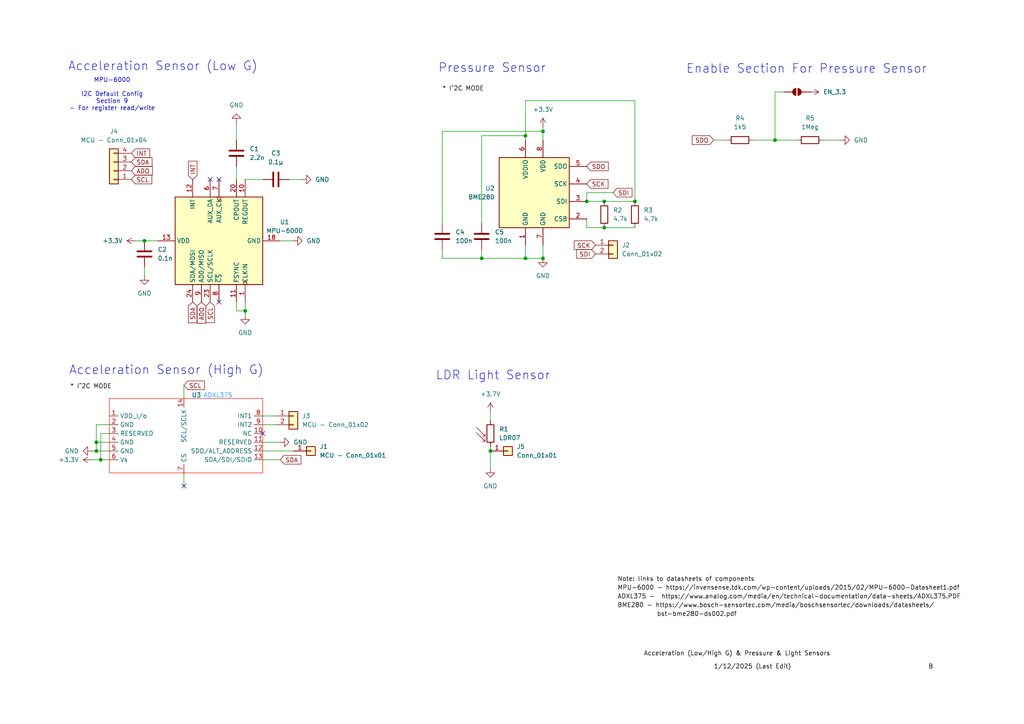
<source format=kicad_sch>
(kicad_sch (version 20250114) (generator "eeschema") (generator_version "9.0")
  (paper "A4")
  (lib_symbols
    (symbol "Connector_Generic:Conn_01x01" (pin_names (offset 1.016) (hide yes))
      (property "Reference" "J" (at 0 2.54 0))
      (property "Value" "Conn_01x01" (at 0 -2.54 0))
      (symbol "Conn_01x01_1_1"
        (rectangle (start -1.27 1.27) (end 1.27 -1.27) (stroke (width 0.254)) (fill (type background)))
        (rectangle (start -1.27 0.127) (end 0 -0.127) (stroke (width 0.1524)))
        (pin passive line (at -5.08 0 0) (length 3.81) (name "Pin_1") (number "1"))
      )
    )
    (symbol "Connector_Generic:Conn_01x02" (pin_names (offset 1.016) (hide yes))
      (property "Reference" "J" (at 0 2.54 0))
      (property "Value" "Conn_01x02" (at 0 -5.08 0))
      (symbol "Conn_01x02_1_1"
        (rectangle (start -1.27 1.27) (end 1.27 -3.81) (stroke (width 0.254)) (fill (type background)))
        (rectangle (start -1.27 0.127) (end 0 -0.127) (stroke (width 0.1524)))
        (rectangle (start -1.27 -2.413) (end 0 -2.667) (stroke (width 0.1524)))
        (pin passive line (at -5.08 0 0) (length 3.81) (name "Pin_1") (number "1"))
        (pin passive line (at -5.08 -2.54 0) (length 3.81) (name "Pin_2") (number "2"))
      )
    )
    (symbol "Connector_Generic:Conn_01x04" (pin_names (offset 1.016) (hide yes))
      (property "Reference" "J" (at 0 5.08 0))
      (property "Value" "Conn_01x04" (at 0 -7.62 0))
      (symbol "Conn_01x04_1_1"
        (rectangle (start -1.27 3.81) (end 1.27 -6.35) (stroke (width 0.254)) (fill (type background)))
        (rectangle (start -1.27 2.667) (end 0 2.413) (stroke (width 0.1524)))
        (rectangle (start -1.27 0.127) (end 0 -0.127) (stroke (width 0.1524)))
        (rectangle (start -1.27 -2.413) (end 0 -2.667) (stroke (width 0.1524)))
        (rectangle (start -1.27 -4.953) (end 0 -5.207) (stroke (width 0.1524)))
        (pin passive line (at -5.08 2.54 0) (length 3.81) (name "Pin_1") (number "1"))
        (pin passive line (at -5.08 0 0) (length 3.81) (name "Pin_2") (number "2"))
        (pin passive line (at -5.08 -2.54 0) (length 3.81) (name "Pin_3") (number "3"))
        (pin passive line (at -5.08 -5.08 0) (length 3.81) (name "Pin_4") (number "4"))
      )
    )
    (symbol "Device:C" (pin_numbers (hide yes)) (pin_names (offset 0.254))
      (property "Reference" "C" (at 0.635 2.54 0))
      (property "Value" "C" (at 0.635 -2.54 0))
      (symbol "C_0_1"
        (polyline (pts (xy -2.032 0.762) (xy 2.032 0.762)) (stroke (width 0.508)))
        (polyline (pts (xy -2.032 -0.762) (xy 2.032 -0.762)) (stroke (width 0.508)))
      )
      (symbol "C_1_1"
        (pin passive line (at 0 3.81 270) (length 2.794) (name "~") (number "1"))
        (pin passive line (at 0 -3.81 90) (length 2.794) (name "~") (number "2"))
      )
    )
    (symbol "Device:R" (pin_numbers (hide yes)) (pin_names (offset 0))
      (property "Reference" "R" (at 2.032 0 90))
      (property "Value" "R" (at 0 0 90))
      (symbol "R_0_1"
        (rectangle (start -1.016 -2.54) (end 1.016 2.54) (stroke (width 0.254)))
      )
      (symbol "R_1_1"
        (pin passive line (at 0 3.81 270) (length 1.27) (name "~") (number "1"))
        (pin passive line (at 0 -3.81 90) (length 1.27) (name "~") (number "2"))
      )
    )
    (symbol "Jumper:SolderJumper_2_Open" (pin_numbers (hide yes)) (pin_names (offset 0) (hide yes)) (in_bom no)
      (property "Reference" "JP" (at 0 2.032 0))
      (property "Value" "SolderJumper_2_Open" (at 0 -2.54 0))
      (symbol "SolderJumper_2_Open_0_1"
        (polyline (pts (xy -0.254 1.016) (xy -0.254 -1.016)))
        (arc (start -0.254 -1.016) (mid -1.2656 0) (end -0.254 1.016))
        (arc (start -0.254 -1.016) (mid -1.2656 0) (end -0.254 1.016) (fill (type outline)))
        (arc (start 0.254 1.016) (mid 1.2656 0) (end 0.254 -1.016))
        (arc (start 0.254 1.016) (mid 1.2656 0) (end 0.254 -1.016) (fill (type outline)))
        (polyline (pts (xy 0.254 1.016) (xy 0.254 -1.016)))
      )
      (symbol "SolderJumper_2_Open_1_1"
        (pin passive line (at -3.81 0 0) (length 2.54) (name "A") (number "1"))
        (pin passive line (at 3.81 0 180) (length 2.54) (name "B") (number "2"))
      )
    )
    (symbol "New_Library:ADXL375"
      (symbol "ADXL375_1_1"
        (rectangle (start -21.59 10.16) (end 22.86 -11.43) (stroke (width 0) (color 255 20 0 1)))
        (text "U3 ADXL375 " (at 8.636 11.176 0) (effects (font (size 1.27 1.27))))
        (pin input line (at -21.59 5.08 0) (length 2.54) (name "VDD_I/o") (number "1"))
        (pin input line (at -21.59 2.54 0) (length 2.54) (name "GND") (number "2"))
        (pin input line (at -21.59 0 0) (length 2.54) (name "RESERVED") (number "3"))
        (pin input line (at -21.59 -2.54 0) (length 2.54) (name "GND") (number "4"))
        (pin input line (at -21.59 -5.08 0) (length 2.54) (name "GND") (number "5"))
        (pin input line (at -21.59 -7.62 0) (length 2.54) (name "Vs") (number "6"))
        (pin input line (at 0 10.16 270) (length 2.54) (name "SCL/SCLK") (number "14"))
        (pin input line (at 0 -11.43 90) (length 2.54) (name "CS") (number "7"))
        (pin output line (at 22.86 5.08 180) (length 2.54) (name "INT1") (number "8"))
        (pin output line (at 22.86 2.54 180) (length 2.54) (name "INT2") (number "9"))
        (pin input line (at 22.86 0 180) (length 2.54) (name "NC") (number "10"))
        (pin input line (at 22.86 -2.54 180) (length 2.54) (name "RESERVED") (number "11"))
        (pin input line (at 22.86 -5.08 180) (length 2.54) (name "SDO/ALT_ADDRESS") (number "12"))
        (pin input line (at 22.86 -7.62 180) (length 2.54) (name "SDA/SDI/SDIO") (number "13"))
      )
    )
    (symbol "Sensor:BME280"
      (property "Reference" "U" (at -8.89 11.43 0))
      (property "Value" "BME280" (at 7.62 11.43 0))
      (symbol "BME280_0_1"
        (rectangle (start -10.16 10.16) (end 10.16 -10.16) (stroke (width 0.254)) (fill (type background)))
      )
      (symbol "BME280_1_1"
        (pin power_in line (at -2.54 15.24 270) (length 5.08) (name "VDDIO") (number "6"))
        (pin power_in line (at -2.54 -15.24 90) (length 5.08) (name "GND") (number "1"))
        (pin power_in line (at 2.54 15.24 270) (length 5.08) (name "VDD") (number "8"))
        (pin power_in line (at 2.54 -15.24 90) (length 5.08) (name "GND") (number "7"))
        (pin bidirectional line (at 15.24 7.62 180) (length 5.08) (name "SDO") (number "5"))
        (pin input line (at 15.24 2.54 180) (length 5.08) (name "SCK") (number "4"))
        (pin bidirectional line (at 15.24 -2.54 180) (length 5.08) (name "SDI") (number "3"))
        (pin input line (at 15.24 -7.62 180) (length 5.08) (name "CSB") (number "2"))
      )
    )
    (symbol "Sensor_Motion:MPU-6000"
      (property "Reference" "U" (at -11.43 13.97 0))
      (property "Value" "MPU-6000" (at 7.62 -13.97 0))
      (symbol "MPU-6000_0_1"
        (rectangle (start -12.7 12.7) (end 12.7 -12.7) (stroke (width 0.254)) (fill (type background)))
      )
      (symbol "MPU-6000_1_1"
        (pin bidirectional line (at -17.78 7.62 0) (length 5.08) (name "SDA/MOSI") (number "24"))
        (pin bidirectional line (at -17.78 5.08 0) (length 5.08) (name "AD0/MISO") (number "9"))
        (pin input line (at -17.78 2.54 0) (length 5.08) (name "SCL/SCLK") (number "23"))
        (pin input line (at -17.78 0 0) (length 5.08) (name "~{CS}") (number "8"))
        (pin input line (at -17.78 -5.08 0) (length 5.08) (name "FSYNC") (number "11"))
        (pin input clock (at -17.78 -7.62 0) (length 5.08) (name "CLKIN") (number "1"))
        (pin power_in line (at 0 17.78 270) (length 5.08) (name "VDD") (number "13"))
        (pin power_in line (at 0 -17.78 90) (length 5.08) (name "GND") (number "18"))
        (pin output line (at 17.78 7.62 180) (length 5.08) (name "INT") (number "12"))
        (pin bidirectional line (at 17.78 2.54 180) (length 5.08) (name "AUX_DA") (number "6"))
        (pin output clock (at 17.78 0 180) (length 5.08) (name "AUX_CL") (number "7"))
        (pin passive line (at 17.78 -5.08 180) (length 5.08) (name "CPOUT") (number "20"))
        (pin passive line (at 17.78 -7.62 180) (length 5.08) (name "REGOUT") (number "10"))
      )
    )
    (symbol "Sensor_Optical:LDR07" (pin_numbers (hide yes)) (pin_names (offset 0))
      (property "Reference" "R" (at -5.08 0 90))
      (property "Value" "LDR07" (at 1.905 0 90))
      (symbol "LDR07_0_1"
        (polyline (pts (xy -1.524 -0.762) (xy -4.064 1.778)))
        (polyline (pts (xy -1.524 -0.762) (xy -2.286 -0.762)))
        (polyline (pts (xy -1.524 -0.762) (xy -1.524 0)))
        (polyline (pts (xy -1.524 -2.286) (xy -4.064 0.254)))
        (polyline (pts (xy -1.524 -2.286) (xy -2.286 -2.286)))
        (polyline (pts (xy -1.524 -2.286) (xy -1.524 -1.524)))
        (rectangle (start -1.016 2.54) (end 1.016 -2.54) (stroke (width 0.254)))
      )
      (symbol "LDR07_1_1"
        (pin passive line (at 0 3.81 270) (length 1.27) (name "~") (number "1"))
        (pin passive line (at 0 -3.81 90) (length 1.27) (name "~") (number "2"))
      )
    )
    (symbol "power:+3.3V" (power) (pin_numbers (hide yes)) (pin_names (offset 0) (hide yes))
      (property "Value" "+3.3V" (at 0 3.556 0))
      (symbol "+3.3V_0_1"
        (polyline (pts (xy -0.762 1.27) (xy 0 2.54)))
        (polyline (pts (xy 0 2.54) (xy 0.762 1.27)))
        (polyline (pts (xy 0 0) (xy 0 2.54)))
      )
      (symbol "+3.3V_1_1"
        (pin power_in line (at 0 0 90) (length 0) (name "~") (number "1"))
      )
    )
    (symbol "power:GND" (power) (pin_numbers (hide yes)) (pin_names (offset 0) (hide yes))
      (property "Value" "GND" (at 0 -3.81 0))
      (symbol "GND_0_1"
        (polyline (pts (xy 0 0) (xy 0 -1.27) (xy 1.27 -1.27) (xy 0 -2.54) (xy -1.27 -1.27) (xy 0 -1.27)))
      )
      (symbol "GND_1_1"
        (pin power_in line (at 0 0 270) (length 0) (name "~") (number "1"))
      )
    )
    (symbol "power:VBUS" (power) (pin_numbers (hide yes)) (pin_names (offset 0) (hide yes))
      (property "Value" "VBUS" (at 0 3.556 0))
      (symbol "VBUS_0_1"
        (polyline (pts (xy -0.762 1.27) (xy 0 2.54)))
        (polyline (pts (xy 0 2.54) (xy 0.762 1.27)))
        (polyline (pts (xy 0 0) (xy 0 2.54)))
      )
      (symbol "VBUS_1_1"
        (pin power_in line (at 0 0 90) (length 0) (name "~") (number "1"))
      )
    )
  )
  (text "MPU-6000\n\nI2C Default Config\nSection 9\n- For register read/write" (at 32.512 27.432 0) (effects (font (size 1.27 1.27))))
  (text "Enable Section For Pressure Sensor\n\n" (at 233.934 22.098 0) (effects (font (size 2.54 2.54))))
  (text "LDR Light Sensor\n" (at 143.002 108.966 0) (effects (font (size 2.54 2.54))))
  (text "Acceleration Sensor (Low G)\n" (at 47.244 19.304 0) (effects (font (size 2.54 2.54))))
  (text "Acceleration Sensor (High G)\n" (at 48.26 107.442 0) (effects (font (size 2.54 2.54))))
  (text "Pressure Sensor\n" (at 142.748 19.812 0) (effects (font (size 2.54 2.54))))
  (junction (at 27.94 128.27))
  (junction (at 152.4 39.37))
  (junction (at 142.24 130.81))
  (junction (at 157.48 38.1))
  (junction (at 152.4 74.93))
  (junction (at 27.94 130.81))
  (junction (at 29.21 133.35))
  (junction (at 139.7 74.93))
  (junction (at 41.91 69.85))
  (junction (at 184.15 58.42))
  (junction (at 224.79 40.64))
  (junction (at 175.26 66.04))
  (junction (at 157.48 74.93))
  (junction (at 71.12 90.17))
  (junction (at 170.18 58.42))
  (junction (at 175.26 58.42))
  (no_connect (at 60.96 52.07))
  (no_connect (at 63.5 52.07))
  (no_connect (at 63.5 87.63))
  (no_connect (at 53.34 140.97))
  (no_connect (at 76.2 125.73))
  (wire (pts (xy 29.21 133.35) (xy 29.21 125.73)))
  (wire (pts (xy 238.76 40.64) (xy 243.84 40.64)))
  (wire (pts (xy 142.24 119.38) (xy 142.24 121.92)))
  (wire (pts (xy 53.34 111.76) (xy 53.34 115.57)))
  (wire (pts (xy 170.18 63.5) (xy 170.18 66.04)))
  (wire (pts (xy 68.58 87.63) (xy 68.58 90.17)))
  (wire (pts (xy 224.79 40.64) (xy 231.14 40.64)))
  (wire (pts (xy 157.48 71.12) (xy 157.48 74.93)))
  (wire (pts (xy 152.4 71.12) (xy 152.4 74.93)))
  (wire (pts (xy 83.82 52.07) (xy 87.63 52.07)))
  (wire (pts (xy 218.44 40.64) (xy 224.79 40.64)))
  (wire (pts (xy 142.24 129.54) (xy 142.24 130.81)))
  (wire (pts (xy 152.4 40.64) (xy 152.4 39.37)))
  (wire (pts (xy 29.21 125.73) (xy 31.75 125.73)))
  (wire (pts (xy 80.01 123.19) (xy 76.2 123.19)))
  (wire (pts (xy 81.28 133.35) (xy 76.2 133.35)))
  (wire (pts (xy 39.37 69.85) (xy 41.91 69.85)))
  (wire (pts (xy 41.91 69.85) (xy 45.72 69.85)))
  (wire (pts (xy 41.91 77.47) (xy 41.91 80.01)))
  (wire (pts (xy 68.58 48.26) (xy 68.58 52.07)))
  (wire (pts (xy 224.79 26.67) (xy 227.33 26.67)))
  (wire (pts (xy 157.48 38.1) (xy 157.48 40.64)))
  (wire (pts (xy 152.4 39.37) (xy 139.7 39.37)))
  (wire (pts (xy 76.2 128.27) (xy 81.28 128.27)))
  (wire (pts (xy 76.2 130.81) (xy 85.09 130.81)))
  (wire (pts (xy 142.24 130.81) (xy 142.24 135.89)))
  (wire (pts (xy 128.27 72.39) (xy 128.27 74.93)))
  (wire (pts (xy 170.18 58.42) (xy 175.26 58.42)))
  (wire (pts (xy 71.12 52.07) (xy 76.2 52.07)))
  (wire (pts (xy 175.26 58.42) (xy 184.15 58.42)))
  (wire (pts (xy 139.7 39.37) (xy 139.7 64.77)))
  (wire (pts (xy 157.48 36.83) (xy 157.48 38.1)))
  (wire (pts (xy 53.34 140.97) (xy 53.34 137.16)))
  (wire (pts (xy 207.01 40.64) (xy 210.82 40.64)))
  (wire (pts (xy 71.12 90.17) (xy 71.12 91.44)))
  (wire (pts (xy 175.26 66.04) (xy 184.15 66.04)))
  (wire (pts (xy 152.4 29.21) (xy 184.15 29.21)))
  (wire (pts (xy 68.58 35.56) (xy 68.58 40.64)))
  (wire (pts (xy 31.75 133.35) (xy 29.21 133.35)))
  (wire (pts (xy 184.15 29.21) (xy 184.15 58.42)))
  (wire (pts (xy 139.7 74.93) (xy 152.4 74.93)))
  (wire (pts (xy 26.67 130.81) (xy 27.94 130.81)))
  (wire (pts (xy 68.58 90.17) (xy 71.12 90.17)))
  (wire (pts (xy 27.94 130.81) (xy 27.94 128.27)))
  (wire (pts (xy 71.12 87.63) (xy 71.12 90.17)))
  (wire (pts (xy 128.27 74.93) (xy 139.7 74.93)))
  (wire (pts (xy 152.4 39.37) (xy 152.4 29.21)))
  (wire (pts (xy 152.4 74.93) (xy 157.48 74.93)))
  (wire (pts (xy 31.75 128.27) (xy 27.94 128.27)))
  (wire (pts (xy 170.18 55.88) (xy 170.18 58.42)))
  (wire (pts (xy 26.67 133.35) (xy 29.21 133.35)))
  (wire (pts (xy 139.7 72.39) (xy 139.7 74.93)))
  (wire (pts (xy 157.48 38.1) (xy 128.27 38.1)))
  (wire (pts (xy 224.79 26.67) (xy 224.79 40.64)))
  (wire (pts (xy 128.27 38.1) (xy 128.27 64.77)))
  (wire (pts (xy 27.94 123.19) (xy 31.75 123.19)))
  (wire (pts (xy 80.01 120.65) (xy 76.2 120.65)))
  (wire (pts (xy 81.28 69.85) (xy 85.09 69.85)))
  (wire (pts (xy 27.94 128.27) (xy 27.94 123.19)))
  (wire (pts (xy 170.18 55.88) (xy 177.8 55.88)))
  (wire (pts (xy 170.18 66.04) (xy 175.26 66.04)))
  (wire (pts (xy 31.75 130.81) (xy 27.94 130.81)))
  (label "MPU-6000 - https:{slash}{slash}invensense.tdk.com{slash}wp-content{slash}uploads{slash}2015{slash}02{slash}MPU-6000-Datasheet1.pdf" (at 179.07 171.45 0))
  (label "BME280 - https:{slash}{slash}www.bosch-sensortec.com{slash}media{slash}boschsensortec{slash}downloads{slash}datasheets{slash}" (at 179.07 176.53 0))
  (label "1{slash}12{slash}2025 (Last Edit)" (at 207.01 194.31 0))
  (label "bst-bme280-ds002.pdf" (at 190.5 179.07 0))
  (label "* I^2C MODE" (at 20.32 113.03 0))
  (label "Acceleration (Low{slash}High G) & Pressure & Light Sensors" (at 186.69 190.5 0))
  (label "* I^2C MODE" (at 128.27 26.67 0))
  (label "ADXL375 -  https:{slash}{slash}www.analog.com{slash}media{slash}en{slash}technical-documentation{slash}data-sheets{slash}ADXL375.PDF" (at 179.07 173.99 0))
  (label "B" (at 269.24 194.31 0))
  (label "Note: links to datasheets of components" (at 179.07 168.91 0))
  (global_label "INT" (shape input) (at 55.88 52.07 90) (property "Intersheetrefs" "${INTERSHEET_REFS}" (effects (hide yes))))
  (global_label "SDA" (shape input) (at 38.1 46.99 0) (property "Intersheetrefs" "${INTERSHEET_REFS}" (effects (hide yes))))
  (global_label "ADO" (shape input) (at 58.42 87.63 270) (property "Intersheetrefs" "${INTERSHEET_REFS}" (effects (hide yes))))
  (global_label "SDO" (shape input) (at 207.01 40.64 180) (property "Intersheetrefs" "${INTERSHEET_REFS}" (effects (hide yes))))
  (global_label "SCL" (shape input) (at 60.96 87.63 270) (property "Intersheetrefs" "${INTERSHEET_REFS}" (effects (hide yes))))
  (global_label "INT" (shape input) (at 38.1 44.45 0) (property "Intersheetrefs" "${INTERSHEET_REFS}" (effects (hide yes))))
  (global_label "SDI" (shape input) (at 172.72 73.66 180) (property "Intersheetrefs" "${INTERSHEET_REFS}" (effects (hide yes))))
  (global_label "ADO" (shape input) (at 38.1 49.53 0) (property "Intersheetrefs" "${INTERSHEET_REFS}" (effects (hide yes))))
  (global_label "SDA" (shape input) (at 81.28 133.35 0) (property "Intersheetrefs" "${INTERSHEET_REFS}" (effects (hide yes))))
  (global_label "SCK" (shape input) (at 170.18 53.34 0) (property "Intersheetrefs" "${INTERSHEET_REFS}" (effects (hide yes))))
  (global_label "SCL" (shape input) (at 53.34 111.76 0) (property "Intersheetrefs" "${INTERSHEET_REFS}" (effects (hide yes))))
  (global_label "SDO" (shape input) (at 170.18 48.26 0) (property "Intersheetrefs" "${INTERSHEET_REFS}" (effects (hide yes))))
  (global_label "SDI" (shape input) (at 177.8 55.88 0) (property "Intersheetrefs" "${INTERSHEET_REFS}" (effects (hide yes))))
  (global_label "SCL" (shape input) (at 38.1 52.07 0) (property "Intersheetrefs" "${INTERSHEET_REFS}" (effects (hide yes))))
  (global_label "SCK" (shape input) (at 172.72 71.12 180) (property "Intersheetrefs" "${INTERSHEET_REFS}" (effects (hide yes))))
  (global_label "SDA" (shape input) (at 55.88 87.63 270) (property "Intersheetrefs" "${INTERSHEET_REFS}" (effects (hide yes))))
  (symbol (lib_id "New_Library:ADXL375") (at 53.34 125.73 0) (unit 1)
    (property "Reference" "U3" (at 55.626 114.554 0) (effects (justify left)))
    (property "Footprint" "ADXL375:0805 CAP" (effects (hide yes)))
  )
  (symbol (lib_id "Jumper:SolderJumper_2_Open") (at 231.14 26.67 180) (unit 1) (in_bom no)
    (property "Reference" "JP1" (effects (hide yes)))
    (property "Value" "EN_5" (effects (hide yes)))
    (property "Footprint" "Jumper:SolderJumper-2_P1.3mm_Open_Pad1.0x1.5mm" (effects (hide yes)))
    (property "Description" "Solder Jumper, 2-pole, open" (effects (hide yes)))
  )
  (symbol (lib_id "Connector_Generic:Conn_01x02") (at 177.8 71.12 0) (unit 1)
    (property "Reference" "J2" (at 180.34 71.1199 0) (effects (justify left)))
    (property "Value" "Conn_01x02" (at 180.34 73.6599 0) (effects (justify left)))
    (property "Description" "Generic connector, single row, 01x02, script generated (kicad-library-utils/schlib/autogen/connector/)" (effects (hide yes)))
  )
  (symbol (lib_id "power:+3.3V") (at 142.24 119.38 0) (unit 1)
    (property "Reference" "#PWR011" (effects (hide yes)))
    (property "Value" "+3.7V" (at 142.24 114.3 0))
    (property "Description" "Power symbol creates a global label with name \"+3.3V\"" (effects (hide yes)))
  )
  (symbol (lib_id "power:+3.3V") (at 39.37 69.85 90) (unit 1)
    (property "Reference" "#PWR05" (effects (hide yes)))
    (property "Value" "+3.3V" (at 35.56 69.8499 90) (effects (justify left)))
    (property "Description" "Power symbol creates a global label with name \"+3.3V\"" (effects (hide yes)))
  )
  (symbol (lib_id "Connector_Generic:Conn_01x04") (at 33.02 49.53 180) (unit 1)
    (property "Reference" "J4" (at 33.02 38.1 0))
    (property "Value" "MCU - Conn_01x04" (at 33.02 40.64 0))
    (property "Description" "Generic connector, single row, 01x04, script generated (kicad-library-utils/schlib/autogen/connector/)" (effects (hide yes)))
  )
  (symbol (lib_id "power:GND") (at 26.67 130.81 270) (unit 1)
    (property "Reference" "#PWR01" (effects (hide yes)))
    (property "Value" "GND" (at 22.86 130.8099 90) (effects (justify right)))
    (property "Description" "Power symbol creates a global label with name \"GND\" , ground" (effects (hide yes)))
  )
  (symbol (lib_id "Sensor_Motion:MPU-6000") (at 63.5 69.85 90) (unit 1)
    (property "Reference" "U1" (at 82.55 64.4046 90))
    (property "Value" "MPU-6000" (at 82.55 66.9446 90))
    (property "Datasheet" "https://invensense.tdk.com/wp-content/uploads/2015/02/MPU-6000-Datasheet1.pdf" (effects (hide yes)))
    (property "Description" "InvenSense 6-Axis Motion Sensor, Gyroscope, Accelerometer, I2C/SPI" (effects (hide yes)))
  )
  (symbol (lib_id "Device:C") (at 41.91 73.66 0) (unit 1)
    (property "Reference" "C2" (at 45.72 72.3899 0) (effects (justify left)))
    (property "Value" "0.1n" (at 45.72 74.9299 0) (effects (justify left)))
    (property "Footprint" "Capacitor_SMD:C_0805_2012Metric_Pad1.18x1.45mm_HandSolder" (effects (hide yes)))
    (property "Description" "Unpolarized capacitor" (effects (hide yes)))
  )
  (symbol (lib_id "power:GND") (at 81.28 128.27 90) (unit 1)
    (property "Reference" "#PWR014" (effects (hide yes)))
    (property "Value" "GND" (at 85.09 128.2699 90) (effects (justify right)))
    (property "Description" "Power symbol creates a global label with name \"GND\" , ground" (effects (hide yes)))
  )
  (symbol (lib_id "Sensor_Optical:LDR07") (at 142.24 125.73 0) (unit 1)
    (property "Reference" "R1" (at 144.78 124.4599 0) (effects (justify left)))
    (property "Value" "LDR07" (at 144.78 126.9999 0) (effects (justify left)))
    (property "Footprint" "OptoDevice:R_LDR_D13.8mm_P9.0mm_Vertical" (effects (hide yes)))
    (property "Datasheet" "http://www.tme.eu/de/Document/f2e3ad76a925811312d226c31da4cd7e/LDR07.pdf" (effects (hide yes)))
    (property "Description" "light dependent resistor" (effects (hide yes)))
  )
  (symbol (lib_id "power:GND") (at 71.12 91.44 0) (unit 1)
    (property "Reference" "#PWR012" (effects (hide yes)))
    (property "Value" "GND" (at 71.12 96.52 0))
    (property "Description" "Power symbol creates a global label with name \"GND\" , ground" (effects (hide yes)))
  )
  (symbol (lib_id "Device:R") (at 214.63 40.64 90) (unit 1)
    (property "Reference" "R4" (at 214.63 34.29 90))
    (property "Value" "1k5" (at 214.63 36.83 90))
    (property "Footprint" "Resistor_SMD:R_0402_1005Metric" (effects (hide yes)))
    (property "Description" "Resistor" (effects (hide yes)))
  )
  (symbol (lib_id "power:GND") (at 68.58 35.56 180) (unit 1)
    (property "Reference" "#PWR03" (effects (hide yes)))
    (property "Value" "GND" (at 68.58 30.48 0))
    (property "Description" "Power symbol creates a global label with name \"GND\" , ground" (effects (hide yes)))
  )
  (symbol (lib_id "Device:R") (at 234.95 40.64 90) (unit 1)
    (property "Reference" "R5" (at 234.95 34.29 90))
    (property "Value" "1Meg" (at 234.95 36.83 90))
    (property "Footprint" "Resistor_SMD:R_0402_1005Metric" (effects (hide yes)))
    (property "Description" "Resistor" (effects (hide yes)))
  )
  (symbol (lib_id "power:GND") (at 41.91 80.01 0) (unit 1)
    (property "Reference" "#PWR06" (effects (hide yes)))
    (property "Value" "GND" (at 41.91 85.09 0))
    (property "Description" "Power symbol creates a global label with name \"GND\" , ground" (effects (hide yes)))
  )
  (symbol (lib_id "Connector_Generic:Conn_01x01") (at 90.17 130.81 0) (unit 1)
    (property "Reference" "J1" (at 92.71 129.5399 0) (effects (justify left)))
    (property "Value" "MCU - Conn_01x01" (at 92.71 132.0799 0) (effects (justify left)))
    (property "Description" "Generic connector, single row, 01x01, script generated (kicad-library-utils/schlib/autogen/connector/)" (effects (hide yes)))
  )
  (symbol (lib_id "power:+3.3V") (at 157.48 36.83 0) (unit 1)
    (property "Reference" "#PWR09" (effects (hide yes)))
    (property "Value" "+3.3V" (at 157.48 31.75 0))
    (property "Description" "Power symbol creates a global label with name \"+3.3V\"" (effects (hide yes)))
  )
  (symbol (lib_id "Device:R") (at 175.26 62.23 0) (unit 1)
    (property "Reference" "R2" (at 177.8 60.9599 0) (effects (justify left)))
    (property "Value" "4.7k" (at 177.8 63.4999 0) (effects (justify left)))
    (property "Footprint" "Resistor_SMD:R_0805_2012Metric_Pad1.20x1.40mm_HandSolder" (effects (hide yes)))
    (property "Description" "Resistor" (effects (hide yes)))
  )
  (symbol (lib_id "Connector_Generic:Conn_01x02") (at 85.09 120.65 0) (unit 1)
    (property "Reference" "J3" (at 87.63 120.6499 0) (effects (justify left)))
    (property "Value" "MCU - Conn_01x02" (at 87.63 123.1899 0) (effects (justify left)))
    (property "Description" "Generic connector, single row, 01x02, script generated (kicad-library-utils/schlib/autogen/connector/)" (effects (hide yes)))
  )
  (symbol (lib_id "Device:C") (at 80.01 52.07 270) (unit 1)
    (property "Reference" "C3" (at 80.01 44.45 90))
    (property "Value" "0.1μ" (at 80.01 46.99 90))
    (property "Footprint" "Capacitor_SMD:C_0805_2012Metric_Pad1.18x1.45mm_HandSolder" (effects (hide yes)))
    (property "Description" "Unpolarized capacitor" (effects (hide yes)))
  )
  (symbol (lib_id "power:+3.3V") (at 26.67 133.35 90) (unit 1)
    (property "Reference" "#PWR02" (effects (hide yes)))
    (property "Value" "+3.3V" (at 22.86 133.3499 90) (effects (justify left)))
    (property "Description" "Power symbol creates a global label with name \"+3.3V\"" (effects (hide yes)))
  )
  (symbol (lib_id "power:VBUS") (at 234.95 26.67 270) (unit 1)
    (property "Reference" "#PWR046" (effects (hide yes)))
    (property "Value" "EN_3.3" (at 238.76 26.6699 90) (effects (justify left)))
    (property "Description" "Power symbol creates a global label with name \"VBUS\"" (effects (hide yes)))
  )
  (symbol (lib_id "Device:C") (at 68.58 44.45 0) (unit 1)
    (property "Reference" "C1" (at 72.39 43.1799 0) (effects (justify left)))
    (property "Value" "2.2n" (at 72.39 45.7199 0) (effects (justify left)))
    (property "Footprint" "Capacitor_SMD:C_0805_2012Metric_Pad1.18x1.45mm_HandSolder" (effects (hide yes)))
    (property "Description" "Unpolarized capacitor" (effects (hide yes)))
  )
  (symbol (lib_id "power:GND") (at 157.48 74.93 0) (unit 1)
    (property "Reference" "#PWR08" (effects (hide yes)))
    (property "Value" "GND" (at 157.48 80.01 0))
    (property "Description" "Power symbol creates a global label with name \"GND\" , ground" (effects (hide yes)))
  )
  (symbol (lib_id "power:GND") (at 243.84 40.64 90) (unit 1)
    (property "Reference" "#PWR042" (effects (hide yes)))
    (property "Value" "GND" (at 247.65 40.6399 90) (effects (justify right)))
    (property "Description" "Power symbol creates a global label with name \"GND\" , ground" (effects (hide yes)))
  )
  (symbol (lib_id "Device:C") (at 128.27 68.58 0) (unit 1)
    (property "Reference" "C4" (at 132.08 67.3099 0) (effects (justify left)))
    (property "Value" "100n" (at 132.08 69.8499 0) (effects (justify left)))
    (property "Footprint" "Capacitor_SMD:C_0805_2012Metric_Pad1.18x1.45mm_HandSolder" (effects (hide yes)))
    (property "Description" "Unpolarized capacitor" (effects (hide yes)))
  )
  (symbol (lib_id "power:GND") (at 142.24 135.89 0) (unit 1)
    (property "Reference" "#PWR010" (effects (hide yes)))
    (property "Value" "GND" (at 142.24 140.97 0))
    (property "Description" "Power symbol creates a global label with name \"GND\" , ground" (effects (hide yes)))
  )
  (symbol (lib_id "Device:R") (at 184.15 62.23 0) (unit 1)
    (property "Reference" "R3" (at 186.69 60.9599 0) (effects (justify left)))
    (property "Value" "4.7k" (at 186.69 63.4999 0) (effects (justify left)))
    (property "Footprint" "Resistor_SMD:R_0805_2012Metric_Pad1.20x1.40mm_HandSolder" (effects (hide yes)))
    (property "Description" "Resistor" (effects (hide yes)))
  )
  (symbol (lib_id "power:GND") (at 87.63 52.07 90) (unit 1)
    (property "Reference" "#PWR07" (effects (hide yes)))
    (property "Value" "GND" (at 91.44 52.0699 90) (effects (justify right)))
    (property "Description" "Power symbol creates a global label with name \"GND\" , ground" (effects (hide yes)))
  )
  (symbol (lib_id "Device:C") (at 139.7 68.58 0) (unit 1)
    (property "Reference" "C5" (at 143.51 67.3099 0) (effects (justify left)))
    (property "Value" "100n" (at 143.51 69.8499 0) (effects (justify left)))
    (property "Footprint" "Capacitor_SMD:C_0805_2012Metric_Pad1.18x1.45mm_HandSolder" (effects (hide yes)))
    (property "Description" "Unpolarized capacitor" (effects (hide yes)))
  )
  (symbol (lib_id "power:GND") (at 85.09 69.85 90) (unit 1)
    (property "Reference" "#PWR04" (effects (hide yes)))
    (property "Value" "GND" (at 88.9 69.8499 90) (effects (justify right)))
    (property "Description" "Power symbol creates a global label with name \"GND\" , ground" (effects (hide yes)))
  )
  (symbol (lib_id "Connector_Generic:Conn_01x01") (at 147.32 130.81 0) (unit 1)
    (property "Reference" "J5" (at 149.86 129.5399 0) (effects (justify left)))
    (property "Value" "Conn_01x01" (at 149.86 132.0799 0) (effects (justify left)))
    (property "Description" "Generic connector, single row, 01x01, script generated (kicad-library-utils/schlib/autogen/connector/)" (effects (hide yes)))
  )
  (symbol (lib_id "Sensor:BME280") (at 154.94 55.88 0) (unit 1)
    (property "Reference" "U2" (at 143.51 54.6099 0) (effects (justify right)))
    (property "Value" "BME280" (at 143.51 57.1499 0) (effects (justify right)))
    (property "Datasheet" "https://www.bosch-sensortec.com/media/boschsensortec/downloads/datasheets/bst-bme280-ds002.pdf" (effects (hide yes)))
    (property "Description" "3-in-1 sensor, humidity, pressure, temperature, I2C and SPI interface, 1.71-3.6V, LGA-8" (effects (hide yes)))
  )
)
</source>
